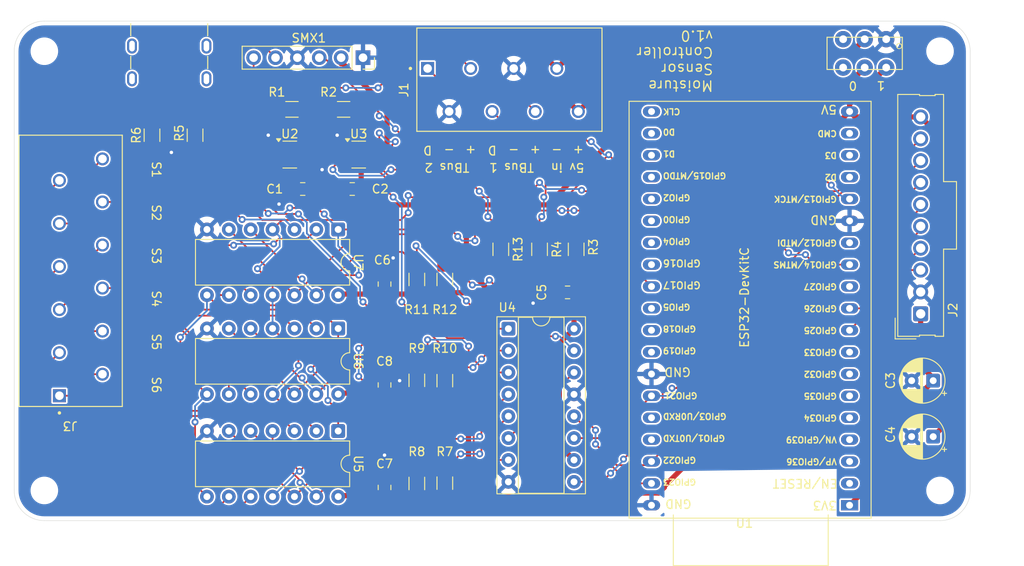
<source format=kicad_pcb>
(kicad_pcb (version 20241229) (generator "pcbnew") (generator_version "9.0")
  (title_block (title "Moisture Sensor Controller") (rev "1.0.0"))
  (layers (0 "F.Cu" signal) (2 "B.Cu" signal) (13 "F.Paste" user) (15 "B.Paste" user) (5 "F.SilkS" user "F.Silkscreen") (7 "B.SilkS" user "B.Silkscreen") (1 "F.Mask" user) (3 "B.Mask" user) (25 "Edge.Cuts" user))
  (net 0 "")
  (net 1 "+5VA")
  (net 2 "GND")
  (net 3 "+3.3VA")
  (net 4 "Net-(J3-Pin_5)")
  (net 5 "Net-(J3-Pin_3)")
  (net 6 "Net-(J3-Pin_6)")
  (net 7 "Net-(U2-R1{slash}C1)")
  (net 8 "Net-(U3-R1{slash}C1)")
  (net 9 "Net-(U4-QA)")
  (net 10 "Net-(U4-QB)")
  (net 11 "Net-(U4-QC)")
  (net 12 "Net-(U4-QD)")
  (net 13 "Net-(U4-QE)")
  (net 14 "Net-(U4-QF)")
  (net 16 "Net-(U1-GPIO23)")
  (net 18 "Net-(5v in1-VBUS_A)")
  (net 42 "Net-(U2-ON{slash}OFF)")
  (net 44 "Net-(U3-ON{slash}OFF)")
  (net 48 "Net-(5v in1-CC1)")
  (net 51 "Net-(5v in1-CC2)")
  (net 52 "Net-(5v in1-GND_A)")
  (net 54 "Net-(J1-Pin_1)")
  (net 55 "Net-(J1-Pin_4)")
  (net 56 "Net-(J1-Pin_6)")
  (net 57 "Net-(J1-Pin_3)")
  (net 58 "Net-(J2-Pin_6)")
  (net 59 "Net-(J2-Pin_9)")
  (net 60 "Net-(J2-Pin_7)")
  (net 61 "Net-(J2-Pin_8)")
  (net 62 "Net-(J2-Pin_4)")
  (net 63 "Net-(J2-Pin_5)")
  (net 64 "Net-(J2-Pin_3)")
  (net 65 "Net-(J3-Pin_9)")
  (net 66 "Net-(J3-Pin_2)")
  (net 67 "Net-(J3-Pin_10)")
  (net 68 "Net-(J3-Pin_12)")
  (net 69 "Net-(J3-Pin_1)")
  (net 70 "Net-(J3-Pin_11)")
  (net 71 "Net-(J3-Pin_8)")
  (net 72 "Net-(J3-Pin_4)")
  (net 73 "Net-(J3-Pin_7)")
  (net 77 "Net-(SMX1-Pin_3)")
  (footprint "MountingHole:MountingHole_2.7mm_M2.5_ISO14580" (layer "F.Cu") (at 204.5 124.5)
    (property "Reference" "H2" (hide yes))
    (property "Value" "MountingHole")
  )
  (footprint "Resistor_SMD:R_1206_3216Metric_Pad1.30x1.75mm_HandSolder" (layer "F.Cu") (at 135.25 80.25 180)
    (property "Reference" "R2")
    (property "Value" "10k")
  )
  (footprint "Capacitor_SMD:C_0805_2012Metric_Pad1.18x1.45mm_HandSolder" (layer "F.Cu") (at 136.25 89.5)
    (property "Reference" "C2")
    (property "Value" "0.1µF")
  )
  (footprint "Package_TO_SOT_SMD:SOT-23-6" (layer "F.Cu") (at 137 85.5)
    (property "Reference" "U3")
    (property "Value" "TPS27081ADDCR")
  )
  (footprint "Resistor_SMD:R_1206_3216Metric_Pad1.30x1.75mm_HandSolder" (layer "F.Cu") (at 143.75 123.6875 -90)
    (property "Reference" "R8")
    (property "Value" "4.7k")
  )
  (footprint "Resistor_SMD:R_1206_3216Metric_Pad1.30x1.75mm_HandSolder" (layer "F.Cu") (at 162.25 96.5 -90)
    (property "Reference" "R3")
    (property "Value" "4.7k")
  )
  (footprint "Resistor_SMD:R_1206_3216Metric_Pad1.30x1.75mm_HandSolder" (layer "F.Cu") (at 153.5 96.5 90)
    (property "Reference" "R13")
    (property "Value" "4.7k")
  )
  (footprint "Capacitor_SMD:C_0805_2012Metric_Pad1.18x1.45mm_HandSolder" (layer "F.Cu") (at 161.25 101.5)
    (property "Reference" "C5")
    (property "Value" "0.1µF")
  )
  (footprint "Resistor_SMD:R_1206_3216Metric_Pad1.30x1.75mm_HandSolder" (layer "F.Cu") (at 129.25 80.25)
    (property "Reference" "R1")
    (property "Value" "10k")
  )
  (footprint "Package_TO_SOT_SMD:SOT-23-6" (layer "F.Cu") (at 129 85.5)
    (property "Reference" "U2")
    (property "Value" "TPS27081ADDCR")
  )
  (footprint "Capacitor_SMD:C_0805_2012Metric_Pad1.18x1.45mm_HandSolder" (layer "F.Cu") (at 140 100.5375 90)
    (property "Reference" "C6")
    (property "Value" "0.1µF")
  )
  (footprint "Connector_PinSocket_2.54mm:PinSocket_1x06_P2.54mm_Vertical" (layer "F.Cu") (at 137.5 74.25 -90)
    (property "Reference" "SMX1")
    (property "Value" "SMX Header")
  )
  (footprint "Package_DIP:DIP-16_W7.62mm_Socket" (layer "F.Cu") (at 154.38 105.72)
    (property "Reference" "U4")
    (property "Value" "74HC595")
  )
  (footprint "Resistor_SMD:R_1206_3216Metric_Pad1.30x1.75mm_HandSolder" (layer "F.Cu") (at 147 123.65 -90)
    (property "Reference" "R7")
    (property "Value" "4.7k")
  )
  (footprint "MountingHole:MountingHole_2.7mm_M2.5_ISO14580" (layer "F.Cu") (at 204.5 73.5)
    (property "Reference" "H1" (hide yes))
    (property "Value" "MountingHole")
  )
  (footprint "MountingHole:MountingHole_2.7mm_M2.5_ISO14580" (layer "F.Cu") (at 100.5 73.5)
    (property "Reference" "H4" (hide yes))
    (property "Value" "MountingHole")
  )
  (footprint "Package_DIP:DIP-14_W7.62mm" (layer "F.Cu") (at 134.62 105.695 -90)
    (property "Reference" "U6")
    (property "Value" "CD4066BE")
  )
  (footprint "Capacitor_SMD:C_0805_2012Metric_Pad1.18x1.45mm_HandSolder" (layer "F.Cu") (at 140 112.25 90)
    (property "Reference" "C8")
    (property "Value" "0.1µF")
  )
  (footprint "clipboard:c5f2482b-6cae-4589-8a9f-ca96de6d0741" (layer "F.Cu") (at 214 86)
    (property "Reference" "")
    (property "Value" "")
  )
  (footprint "Resistor_SMD:R_1206_3216Metric_Pad1.30x1.75mm_HandSolder" (layer "F.Cu") (at 158 96.5 -90)
    (property "Reference" "R4")
    (property "Value" "4.7k")
  )
  (footprint "Resistor_SMD:R_1206_3216Metric_Pad1.30x1.75mm_HandSolder" (layer "F.Cu") (at 143.75 111.7125 -90)
    (property "Reference" "R9")
    (property "Value" "4.7k")
  )
  (footprint "Resistor_SMD:R_1206_3216Metric_Pad1.30x1.75mm_HandSolder" (layer "F.Cu") (at 113 83.25 90)
    (property "Reference" "R6")
    (property "Value" "5.1k")
  )
  (footprint "Connector_Molex:Molex_SL_171971-0010_1x10_P2.54mm_Vertical" (layer "F.Cu") (at 202.25 103.99 90)
    (property "Reference" "J2")
    (property "Value" "Expansion")
  )
  (footprint "Ians_Parts:DPDT Slide switch - CL-SB-22C-02" (layer "F.Cu") (at 198.25 75.4 180)
    (property "Reference" "DPDT1" (hide yes))
    (property "Value" "SW_Slide_DPDT")
  )
  (footprint "Ians_Parts:PHOENIX_1990067" (layer "F.Cu") (at 165.25 70.8 180)
    (property "Reference" "J1")
    (property "Value" "Screw_Terminal_01x08")
  )
  (footprint "Capacitor_THT:CP_Radial_D5.0mm_P2.50mm" (layer "F.Cu") (at 203.705113 118.25 180)
    (property "Reference" "C4")
    (property "Value" "10µF")
  )
  (footprint "MountingHole:MountingHole_2.7mm_M2.5_ISO14580" (layer "F.Cu") (at 100.5 124.5)
    (property "Reference" "H3" (hide yes))
    (property "Value" "MountingHole")
  )
  (footprint "Ians_Parts:AMPHENOL_10164359-00011LF" (layer "F.Cu") (at 115 73.75 180)
    (property "Reference" "5v in1" (hide yes))
    (property "Value" "10164359-00011LF")
  )
  (footprint "Capacitor_THT:CP_Radial_D5.0mm_P2.50mm" (layer "F.Cu") (at 203.705113 111.75 180)
    (property "Reference" "C3")
    (property "Value" "10µF")
  )
  (footprint "Ians_Parts:PHOENIX_1990106" (layer "F.Cu") (at 97.55 83.25 -90)
    (property "Reference" "J3")
    (property "Value" "Screw_Terminal_01x12")
  )
  (footprint "Package_DIP:DIP-14_W7.62mm" (layer "F.Cu") (at 134.62 117.595 -90)
    (property "Reference" "U5")
    (property "Value" "CD4066BE")
  )
  (footprint "Capacitor_SMD:C_0805_2012Metric_Pad1.18x1.45mm_HandSolder" (layer "F.Cu") (at 140 124.15 90)
    (property "Reference" "C7")
    (property "Value" "0.1µF")
  )
  (footprint "Resistor_SMD:R_1206_3216Metric_Pad1.30x1.75mm_HandSolder" (layer "F.Cu") (at 118 83.25 90)
    (property "Reference" "R5")
    (property "Value" "5.1k")
  )
  (footprint "Resistor_SMD:R_1206_3216Metric_Pad1.30x1.75mm_HandSolder" (layer "F.Cu") (at 147 111.75 -90)
    (property "Reference" "R10")
    (property "Value" "4.7k")
  )
  (footprint "PCM_Espressif:ESP32-DevKitC" (layer "F.Cu") (at 194.49632 126.21728 180)
    (property "Reference" "U1")
    (property "Value" "ESP32-DevKitC")
  )
  (footprint "Package_DIP:DIP-14_W7.62mm" (layer "F.Cu") (at 134.62 94.195 -90)
    (property "Reference" "U7")
    (property "Value" "CD4066BE")
  )
  (footprint "Capacitor_SMD:C_0805_2012Metric_Pad1.18x1.45mm_HandSolder" (layer "F.Cu") (at 130.5 89.5)
    (property "Reference" "C1")
    (property "Value" "0.1µF")
  )
  (footprint "Resistor_SMD:R_1206_3216Metric_Pad1.30x1.75mm_HandSolder" (layer "F.Cu") (at 143.75 100 -90)
    (property "Reference" "R11")
    (property "Value" "4.7k")
  )
  (footprint "Resistor_SMD:R_1206_3216Metric_Pad1.30x1.75mm_HandSolder" (layer "F.Cu") (at 147 100 -90)
    (property "Reference" "R12")
    (property "Value" "4.7k")
  )
  (gr_arc (start 97 73.5) (mid 98.025126 71.025126) (end 100.5 70) (stroke (width 0.05)) (layer "Edge.Cuts"))
  (gr_line (start 100.5 128) (end 204.5 128) (stroke (width 0.05)) (layer "Edge.Cuts"))
  (gr_line (start 97 73.5) (end 97 124.5) (stroke (width 0.05)) (layer "Edge.Cuts"))
  (gr_arc (start 100.5 128) (mid 98.025126 126.974874) (end 97 124.5) (stroke (width 0.05)) (layer "Edge.Cuts"))
  (gr_arc (start 204.5 70) (mid 206.974874 71.025126) (end 208 73.5) (stroke (width 0.05)) (layer "Edge.Cuts"))
  (gr_line (start 204.5 70) (end 100.5 70) (stroke (width 0.05)) (layer "Edge.Cuts"))
  (gr_line (start 208 124.5) (end 208 73.5) (stroke (width 0.05)) (layer "Edge.Cuts"))
  (gr_arc (start 208 124.5) (mid 206.974874 126.974874) (end 204.5 128) (stroke (width 0.05)) (layer "Edge.Cuts"))
  (gr_text "S6" (at 113.5 112.25 270) (layer "F.SilkS") (effects (font (size 1 1))))
  (gr_text "1   0" (at 196 77.5 180) (layer "F.SilkS") (effects (font (size 1 1))))
  (gr_text "-" (at 160 85 180) (layer "F.SilkS") (effects (font (size 1 1))))
  (gr_text "+" (at 162.5 85 180) (layer "F.SilkS") (effects (font (size 1 1))))
  (gr_text "S1" (at 113.5 87.25 270) (layer "F.SilkS") (effects (font (size 1 1))))
  (gr_text "+" (at 157.5 85 180) (layer "F.SilkS") (effects (font (size 1 1))))
  (gr_text "TBus 1" (at 154.75 87 180) (layer "F.SilkS") (effects (font (size 1 1))))
  (gr_text "+" (at 150 85 180) (layer "F.SilkS") (effects (font (size 1 1))))
  (gr_text "TBus 2" (at 147.25 87 180) (layer "F.SilkS") (effects (font (size 1 1))))
  (gr_text "-" (at 147.5 85 180) (layer "F.SilkS") (effects (font (size 1 1))))
  (gr_text "5v in" (at 161.25 87 180) (layer "F.SilkS") (effects (font (size 1 1))))
  (gr_text "S3" (at 113.5 97.25 270) (layer "F.SilkS") (effects (font (size 1 1))))
  (gr_text "D" (at 152.5 85 180) (layer "F.SilkS") (effects (font (size 1 1))))
  (gr_text "S4" (at 113.5 102.25 270) (layer "F.SilkS") (effects (font (size 1 1))))
  (gr_text "S2" (at 113.5 92.25 270) (layer "F.SilkS") (effects (font (size 1 1))))
  (gr_text "Moisture\nSensor\nController\nv1.0" (at 178.25 71 180) (layer "F.SilkS") (effects (font (size 1.2 1.2)) (justify left bottom)))
  (gr_text "S5" (at 113.5 107.25 270) (layer "F.SilkS") (effects (font (size 1 1))))
  (gr_text "D" (at 145 85 180) (layer "F.SilkS") (effects (font (size 1 1))))
  (gr_text "-" (at 155 85 180) (layer "F.SilkS") (effects (font (size 1 1))))
  (segment (start 147 125.1125) (end 143.7875 125.1125) (width 0.6) (layer "F.Cu") (net 1))
  (segment (start 194.62904 81.13) (end 193.99632 80.49728) (width 0.6) (layer "F.Cu") (net 1))
  (segment (start 137.2875 89.5) (end 137.5375 89.5) (width 0.6) (layer "F.Cu") (net 1))
  (segment (start 134.735 101.7) (end 134.62 101.815) (width 0.6) (layer "F.Cu") (net 1))
  (segment (start 137.2875 87.3) (end 138.1375 86.45) (width 0.6) (layer "F.Cu") (net 1))
  (segment (start 149.75 122.4625) (end 147 125.2125) (width 0.6) (layer "F.Cu") (net 1))
  (segment (start 131.301 82.649) (end 133.7 80.25) (width 0.6) (layer "F.Cu") (net 1))
  (segment (start 147 101.54) (end 152.369002 101.54) (width 0.6) (layer "F.Cu") (net 1))
  (segment (start 190.2436 84.25) (end 166.011529 84.25) (width 0.6) (layer "F.Cu") (net 1))
  (segment (start 139.5 113.2) (end 143.79 113.2) (width 0.6) (layer "F.Cu") (net 1))
  (segment (start 130.77481 86.45) (end 131.301 85.92381) (width 0.6) (layer "F.Cu") (net 1))
  (segment (start 166.011529 84.25) (end 158.924426 91.337103) (width 0.6) (layer "F.Cu") (net 1))
  (segment (start 157.5 106.670998) (end 152.414501 101.585499) (width 0.6) (layer "F.Cu") (net 1))
  (segment (start 143.75 125.15) (end 140.05 125.15) (width 0.6) (layer "F.Cu") (net 1))
  (segment (start 149.5 98.670998) (end 149.5 92.587103) (width 0.6) (layer "F.Cu") (net 1))
  (segment (start 134.735 113.2) (end 134.62 113.315) (width 0.6) (layer "F.Cu") (net 1))
  (segment (start 148.25 91.337103) (end 139.374603 91.337103) (width 0.6) (layer "F.Cu") (net 1))
  (segment (start 131.5375 89.5) (end 133.374603 91.337103) (width 0.6) (layer "F.Cu") (net 1))
  (segment (start 140.05 125.15) (end 140 125.1) (width 0.6) (layer "F.Cu") (net 1))
  (segment (start 139.5 101.7) (end 134.735 101.7) (width 0.6) (layer "F.Cu") (net 1))
  (segment (start 134.96 74.96) (end 134.96 74.25) (width 0.6) (layer "F.Cu") (net 1))
  (segment (start 130.1375 86.45) (end 130.77481 86.45) (width 0.6) (layer "F.Cu") (net 1))
  (segment (start 133.7 80.25) (end 130.8 80.25) (width 0.6) (layer "F.Cu") (net 1))
  (segment (start 156.7875 125.2125) (end 147 125.2125) (width 0.6) (layer "F.Cu") (net 1))
  (segment (start 147 113.2125) (end 143.7875 113.2125) (width 0.6) (layer "F.Cu") (net 1))
  (segment (start 202.25 81.13) (end 205.006113 83.886113) (width 0.6) (layer "F.Cu") (net 1))
  (segment (start 130.1375 86.45) (end 130.1375 88.1) (width 0.6) (layer "F.Cu") (net 1))
  (segment (start 133.374603 91.337103) (end 139.374603 91.337103) (width 0.6) (layer "F.Cu") (net 1))
  (segment (start 137.5375 89.5) (end 139.374603 91.337103) (width 0.6) (layer "F.Cu") (net 1))
  (segment (start 143.7875 125.1125) (end 143.75 125.15) (width 0.6) (layer "F.Cu") (net 1))
  (segment (start 193.99632 79.65368) (end 193.99632 80.49728) (width 0.6) (layer "F.Cu") (net 1))
  (segment (start 138.1375 86.45) (end 138.799999 86.45) (width 0.6) (layer "F.Cu") (net 1))
  (segment (start 205.006113 116.949) (end 203.705113 118.25) (width 0.6) (layer "F.Cu") (net 1))
  (segment (start 139.5 101.7) (end 143.84 101.7) (width 0.6) (layer "F.Cu") (net 1))
  (segment (start 202.25 81.13) (end 194.62904 81.13) (width 0.6) (layer "F.Cu") (net 1))
  (segment (start 148.25 91.337103) (end 158.924426 91.337103) (width 0.6) (layer "F.Cu") (net 1))
  (segment (start 149.75 115.79) (end 149.75 122.4625) (width 0.6) (layer "F.Cu") (net 1))
  (segment (start 131.301 85.92381) (end 131.301 82.649) (width 0.6) (layer "F.Cu") (net 1))
  (segment (start 149.75 115.79) (end 147 113.04) (width 0.6) (layer "F.Cu") (net 1))
  (segment (start 152.369002 101.54) (end 152.414501 101.585499) (width 0.6) (layer "F.Cu") (net 1))
  (segment (start 149.5 92.587103) (end 148.25 91.337103) (width 0.6) (layer "F.Cu") (net 1))
  (segment (start 138.799999 86.45) (end 140.29 84.959999) (width 0.6) (layer "F.Cu") (net 1))
  (segment (start 147 101.55) (end 143.75 101.55) (width 0.6) (layer "F.Cu") (net 1))
  (segment (start 139.5 113.2) (end 134.735 113.2) (width 0.6) (layer "F.Cu") (net 1))
  (segment (start 134.735 125.1) (end 134.62 125.215) (width 0.6) (layer "F.Cu") (net 1))
  (segment (start 138.2625 86.575) (end 138.1375 86.45) (width 0.6) (layer "F.Cu") (net 1))
  (segment (start 149.5 98.670998) (end 152.414501 101.585499) (width 0.6) (layer "F.Cu") (net 1))
  (segment (start 140 125.1) (end 134.735 125.1) (width 0.6) (layer "F.Cu") (net 1))
  (segment (start 134.96 74.734207) (end 134.96 74.25) (width 0.6) (layer "F.Cu") (net 1))
  (segment (start 198.25 75.4) (end 193.99632 79.65368) (width 0.6) (layer "F.Cu") (net 1))
  (segment (start 193.99632 80.49728) (end 190.2436 84.25) (width 0.6) (layer "F.Cu") (net 1))
  (segment (start 140.29 84.959999) (end 140.29 80.064207) (width 0.6) (layer "F.Cu") (net 1))
  (segment (start 137.2875 89.5) (end 137.2875 87.3) (width 0.6) (layer "F.Cu") (net 1))
  (segment (start 157.5 124.5) (end 156.7875 125.2125) (width 0.6) (layer "F.Cu") (net 1))
  (segment (start 157.5 124.5) (end 157.5 106.670998) (width 0.6) (layer "F.Cu") (net 1))
  (segment (start 140.29 80.064207) (end 134.96 74.734207) (width 0.6) (layer "F.Cu") (net 1))
  (segment (start 205.006113 83.886113) (end 205.006113 116.949) (width 0.6) (layer "F.Cu") (net 1))
  (segment (start 130.1375 88.1) (end 131.5375 89.5) (width 0.6) (layer "F.Cu") (net 1))
  (segment (start 135 89.5) (end 132.75 87.25) (width 0.2) (layer "F.Cu") (net 2))
  (segment (start 158.5 101.5) (end 157.25 102.75) (width 0.2) (layer "F.Cu") (net 2))
  (segment (start 160.2125 101.5) (end 158.5 101.5) (width 0.2) (layer "F.Cu") (net 2))
  (segment (start 129.4625 89.5) (end 129.4625 89.5375) (width 0.2) (layer "F.Cu") (net 2))
  (segment (start 135.8 84.55) (end 134.5 83.25) (width 0.2) (layer "F.Cu") (net 2))
  (segment (start 127.8625 84.55) (end 127.8 84.55) (width 0.2) (layer "F.Cu") (net 2))
  (segment (start 115.7 84.8) (end 115.25 85.25) (width 0.2) (layer "F.Cu") (net 2))
  (segment (start 129.4625 89.5375) (end 127.75 91.25) (width 0.2) (layer "F.Cu") (net 2))
  (segment (start 140 111.2125) (end 141.2125 111.2125) (width 0.2) (layer "F.Cu") (net 2))
  (segment (start 135.8625 84.55) (end 135.8 84.55) (width 0.2) (layer "F.Cu") (net 2))
  (segment (start 140 99.5) (end 140 98.5) (width 0.2) (layer "F.Cu") (net 2))
  (segment (start 113 84.8) (end 114.8 84.8) (width 0.2) (layer "F.Cu") (net 2))
  (segment (start 135.2125 89.5) (end 135 89.5) (width 0.2) (layer "F.Cu") (net 2))
  (segment (start 140 98.5) (end 141 97.5) (width 0.2) (layer "F.Cu") (net 2))
  (segment (start 127.8 84.55) (end 126.5 83.25) (width 0.2) (layer "F.Cu") (net 2))
  (segment (start 114.8 84.8) (end 115.25 85.25) (width 0.2) (layer "F.Cu") (net 2))
  (segment (start 135.2125 89.25) (end 134.75 89.25) (width 0.2) (layer "F.Cu") (net 2))
  (segment (start 140 123.1125) (end 140 120.4) (width 0.2) (layer "F.Cu") (net 2))
  (segment (start 141.2125 111.2125) (end 141.75 111.75) (width 0.2) (layer "F.Cu") (net 2))
  (segment (start 118 84.8) (end 115.7 84.8) (width 0.2) (layer "F.Cu") (net 2))
  (via (at 141 97.5) (size 0.8) (drill 0.4) (layers "F.Cu" "B.Cu") (net 2))
  (via (at 141.75 111.75) (size 0.8) (drill 0.4) (layers "F.Cu" "B.Cu") (net 2))
  (via (at 134.5 83.25) (size 0.8) (drill 0.4) (layers "F.Cu" "B.Cu") (net 2))
  (via (at 126.5 83.25) (size 0.8) (drill 0.4) (layers "F.Cu" "B.Cu") (net 2))
  (via (at 115.25 85.25) (size 0.8) (drill 0.4) (layers "F.Cu" "B.Cu") (net 2))
  (via (at 157.25 102.75) (size 0.8) (drill 0.4) (layers "F.Cu" "B.Cu") (net 2))
  (via (at 140 120.4) (size 0.8) (drill 0.4) (layers "F.Cu" "B.Cu") (net 2))
  (via (at 132.75 87.25) (size 0.8) (drill 0.4) (layers "F.Cu" "B.Cu") (net 2))
  (via (at 127.75 91.25) (size 0.8) (drill 0.4) (layers "F.Cu" "B.Cu") (net 2))
  (segment (start 196.75 123.4636) (end 196.75 118.75) (width 0.6) (layer "F.Cu") (net 3))
  (segment (start 162.25 98.05) (end 158 98.05) (width 0.6) (layer "F.Cu") (net 3))
  (segment (start 196.75 118.75) (end 203.705113 111.794887) (width 0.6) (layer "F.Cu") (net 3))
  (segment (start 193.99632 126.21728) (end 196.75 123.4636) (width 0.6) (layer "F.Cu") (net 3))
  (segment (start 162 101.7875) (end 162.2875 101.5) (width 0.6) (layer "F.Cu") (net 3))
  (segment (start 171.829649 124.801) (end 159.801 124.801) (width 0.6) (layer "F.Cu") (net 3))
  (segment (start 159.801 124.801) (end 159 124) (width 0.6) (layer "F.Cu") (net 3))
  (segment (start 162.2875 101.5) (end 162.2875 98.0875) (width 0.6) (layer "F.Cu") (net 3))
  (segment (start 203.705113 111.455113) (end 202.25 110) (width 0.6) (layer "F.Cu") (net 3))
  (segment (start 172.49732 124) (end 172.49732 124.133329) (width 0.6) (layer "F.Cu") (net 3))
  (segment (start 202.25 110) (end 202.25 103.99) (width 0.6) (layer "F.Cu") (net 3))
  (segment (start 162 105.72) (end 162 101.7875) (width 0.6) (layer "F.Cu") (net 3))
  (segment (start 159 108.72) (end 162 105.72) (width 0.6) (layer "F.Cu") (net 3))
  (segment (start 172.49732 124.133329) (end 171.829649 124.801) (width 0.6) (layer "F.Cu") (net 3))
  (segment (start 203.705113 111.75) (end 203.705113 111.455113) (width 0.6) (layer "F.Cu") (net 3))
  (segment (start 195.75 119.75) (end 176.74732 119.75) (width 0.6) (layer "F.Cu") (net 3))
  (segment (start 162 120.96) (end 159 117.96) (width 0.6) (layer "F.Cu") (net 3))
  (segment (start 196.75 118.75) (end 195.75 119.75) (width 0.6) (layer "F.Cu") (net 3))
  (segment (start 159 117.96) (end 159 124) (width 0.6) (layer "F.Cu") (net 3))
  (segment (start 162.2875 98.0875) (end 162.25 98.05) (width 0.6) (layer "F.Cu") (net 3))
  (segment (start 158 98.05) (end 153.5 98.05) (width 0.6) (layer "F.Cu") (net 3))
  (segment (start 159 117.96) (end 159 108.72) (width 0.6) (layer "F.Cu") (net 3))
  (segment (start 203.705113 111.794887) (end 203.705113 111.75) (width 0.6) (layer "F.Cu") (net 3))
  (segment (start 176.74732 119.75) (end 172.49732 124) (width 0.6) (layer "F.Cu") (net 3))
  (segment (start 111.732618 99.859) (end 105.891 99.859) (width 0.2) (layer "F.Cu") (net 4))
  (segment (start 115.373618 103.5) (end 111.732618 99.859) (width 0.2) (layer "F.Cu") (net 4))
  (segment (start 105.891 99.859) (end 102.25 103.5) (width 0.2) (layer "F.Cu") (net 4))
  (segment (start 129.885 103.5) (end 115.373618 103.5) (width 0.2) (layer "F.Cu") (net 4))
  (segment (start 132.08 105.695) (end 129.885 103.5) (width 0.2) (layer "F.Cu") (net 4))
  (segment (start 120.819 126.316) (end 111.245912 126.316) (width 0.2) (layer "F.Cu") (net 5))
  (segment (start 99.448 114.518088) (end 99.448 111.302) (width 0.2) (layer "F.Cu") (net 5))
  (segment (start 99.448 111.302) (end 102.25 108.5) (width 0.2) (layer "F.Cu") (net 5))
  (segment (start 111.245912 126.316) (end 99.448 114.518088) (width 0.2) (layer "F.Cu") (net 5))
  (segment (start 121.92 125.215) (end 120.819 126.316) (width 0.2) (layer "F.Cu") (net 5))
  (segment (start 109.3 101) (end 106.75 101) (width 0.2) (layer "F.Cu") (net 6))
  (segment (start 128.045 104.2) (end 112.5 104.2) (width 0.2) (layer "F.Cu") (net 6))
  (segment (start 129.54 105.695) (end 128.045 104.2) (width 0.2) (layer "F.Cu") (net 6))
  (segment (start 112.5 104.2) (end 109.3 101) (width 0.2) (layer "F.Cu") (net 6))
  (segment (start 130.1375 84.55) (end 127.7 82.1125) (width 0.2) (layer "F.Cu") (net 7))
  (segment (start 127.7 82.1125) (end 127.7 80.25) (width 0.2) (layer "F.Cu") (net 7))
  (segment (start 138.1375 84.55) (end 136.8 83.2125) (width 0.2) (layer "F.Cu") (net 8))
  (segment (start 136.8 83.2125) (end 136.8 80.25) (width 0.2) (layer "F.Cu") (net 8))
  (segment (start 136.605 94.75) (end 129.54 101.815) (width 0.2) (layer "F.Cu") (net 9))
  (segment (start 147 98.5) (end 147 98.45) (width 0.2) (layer "F.Cu") (net 9))
  (segment (start 149.528106 99.971896) (end 148.471896 99.971896) (width 0.2) (layer "F.Cu") (net 9))
  (segment (start 150.19621 100.64) (end 149.528106 99.971896) (width 0.2) (layer "F.Cu") (net 9))
  (segment (start 129.54 101.815) (end 121.92 94.195) (width 0.2) (layer "F.Cu") (net 9))
  (segment (start 152.175898 100.074102) (end 158.700399 106.598603) (width 0.2) (layer "F.Cu") (net 9))
  (segment (start 143.3 94.75) (end 136.605 94.75) (width 0.2) (layer "F.Cu") (net 9))
  (segment (start 158.700399 106.598603) (end 159.848603 106.598603) (width 0.2) (layer "F.Cu") (net 9))
  (segment (start 147 98.45) (end 143.3 94.75) (width 0.2) (layer "F.Cu") (net 9))
  (segment (start 148.471896 99.971896) (end 147 98.5) (width 0.2) (layer "F.Cu") (net 9))
  (via (at 152.175898 100.074102) (size 0.8) (drill 0.4) (layers "F.Cu" "B.Cu") (net 9))
  (via (at 150.19621 100.64) (size 0.8) (drill 0.4) (layers "F.Cu" "B.Cu") (net 9))
  (via (at 159.848603 106.598603) (size 0.8) (drill 0.4) (layers "F.Cu" "B.Cu") (net 9))
  (segment (start 159.848603 106.598603) (end 160.338603 106.598603) (width 0.2) (layer "B.Cu") (net 9))
  (segment (start 150.19621 100.64) (end 151.61 100.64) (width 0.2) (layer "B.Cu") (net 9))
  (segment (start 150.19621 100.64) (end 150.19621 100.640002) (width 0.2) (layer "B.Cu") (net 9))
  (segment (start 160.338603 106.598603) (end 162 108.26) (width 0.2) (layer "B.Cu") (net 9))
  (segment (start 151.61 100.64) (end 152.175898 100.074102) (width 0.2) (layer "B.Cu") (net 9))
  (segment (start 137.096 96.799) (end 132.08 101.815) (width 0.2) (layer "F.Cu") (net 10))
  (segment (start 143.75 98.45) (end 142.099 96.799) (width 0.2) (layer "F.Cu") (net 10))
  (segment (start 143.75 96.18995) (end 143.75 98.45) (width 0.2) (layer "F.Cu") (net 10))
  (segment (start 143.655025 96.094975) (end 143.75 96.18995) (width 0.2) (layer "F.Cu") (net 10))
  (segment (start 130.432525 99.932525) (end 130.197525 99.932525) (width 0.2) (layer "F.Cu") (net 10))
  (segment (start 154.38 105.72) (end 152.72 105.72) (width 0.2) (layer "F.Cu") (net 10))
  (segment (start 152.72 105.72) (end 149.5 102.5) (width 0.2) (layer "F.Cu") (net 10))
  (segment (start 130.197525 99.932525) (end 124.46 94.195) (width 0.2) (layer "F.Cu") (net 10))
  (segment (start 142.099 96.799) (end 137.096 96.799) (width 0.2) (layer "F.Cu") (net 10))
  (via (at 149.5 102.5) (size 0.8) (drill 0.4) (layers "F.Cu" "B.Cu") (net 10))
  (via (at 130.432525 99.932525) (size 0.8) (drill 0.4) (layers "F.Cu" "B.Cu") (net 10))
  (via (at 143.655025 96.094975) (size 0.8) (drill 0.4) (layers "F.Cu" "B.Cu") (net 10))
  (segment (start 132.08 101.815) (end 130.432525 100.167525) (width 0.2) (layer "B.Cu") (net 10))
  (segment (start 148.5 100.93995) (end 148.5 101.5) (width 0.2) (layer "B.Cu") (net 10))
  (segment (start 148.5 101.5) (end 149.5 102.5) (width 0.2) (layer "B.Cu") (net 10))
  (segment (start 130.432525 100.167525) (end 130.432525 99.932525) (width 0.2) (layer "B.Cu") (net 10))
  (segment (start 143.655025 96.094975) (end 148.5 100.93995) (width 0.2) (layer "B.Cu") (net 10))
  (segment (start 129.54 113.315) (end 121.92 105.695) (width 0.2) (layer "F.Cu") (net 11))
  (segment (start 150.248636 110.2) (end 147 110.2) (width 0.2) (layer "F.Cu") (net 11))
  (segment (start 150.274318 110.225682) (end 150.248636 110.2) (width 0.2) (layer "F.Cu") (net 11))
  (segment (start 147 110.2) (end 147 108.008636) (width 0.2) (layer "F.Cu") (net 11))
  (segment (start 147 108.008636) (end 145.290364 106.299) (width 0.2) (layer "F.Cu") (net 11))
  (segment (start 133.855 109) (end 129.54 113.315) (width 0.2) (layer "F.Cu") (net 11))
  (segment (start 142.45805 106.299) (end 139.75705 109) (width 0.2) (layer "F.Cu") (net 11))
  (segment (start 154.38 108.26) (end 152.24 108.26) (width 0.2) (layer "F.Cu") (net 11))
  (segment (start 139.75705 109) (end 133.855 109) (width 0.2) (layer "F.Cu") (net 11))
  (segment (start 145.290364 106.299) (end 142.45805 106.299) (width 0.2) (layer "F.Cu") (net 11))
  (segment (start 152.24 108.26) (end 151.264975 109.235025) (width 0.2) (layer "F.Cu") (net 11))
  (via (at 151.264975 109.235025) (size 0.8) (drill 0.4) (layers "F.Cu" "B.Cu") (net 11))
  (via (at 150.274318 110.225682) (size 0.8) (drill 0.4) (layers "F.Cu" "B.Cu") (net 11))
  (segment (start 150.274318 110.225682) (end 151.264975 109.235025) (width 0.2) (layer "B.Cu") (net 11))
  (segment (start 135.2325 110.1625) (end 132.08 113.315) (width 0.2) (layer "F.Cu") (net 12))
  (segment (start 154.38 110.8) (end 151.838586 110.8) (width 0.2) (layer "F.Cu") (net 12))
  (segment (start 149.764975 108.726389) (end 149.764975 107.735025) (width 0.2) (layer "F.Cu") (net 12))
  (segment (start 144.052613 110.1625) (end 143.75 110.1625) (width 0.2) (layer "F.Cu") (net 12))
  (segment (start 145 107) (end 145 109.215113) (width 0.2) (layer "F.Cu") (net 12))
  (segment (start 145 109.215113) (end 144.052613 110.1625) (width 0.2) (layer "F.Cu") (net 12))
  (segment (start 130.432525 111.432525) (end 130.197525 111.432525) (width 0.2) (layer "F.Cu") (net 12))
  (segment (start 151.838586 110.8) (end 149.764975 108.726389) (width 0.2) (layer "F.Cu") (net 12))
  (segment (start 130.197525 111.432525) (end 124.46 105.695) (width 0.2) (layer "F.Cu") (net 12))
  (segment (start 143.75 110.1625) (end 135.2325 110.1625) (width 0.2) (layer "F.Cu") (net 12))
  (via (at 149.764975 107.735025) (size 0.8) (drill 0.4) (layers "F.Cu" "B.Cu") (net 12))
  (via (at 130.432525 111.432525) (size 0.8) (drill 0.4) (layers "F.Cu" "B.Cu") (net 12))
  (via (at 145 107) (size 0.8) (drill 0.4) (layers "F.Cu" "B.Cu") (net 12))
  (segment (start 145 107) (end 149.02995 107) (width 0.2) (layer "B.Cu") (net 12))
  (segment (start 149.02995 107) (end 149.764975 107.735025) (width 0.2) (layer "B.Cu") (net 12))
  (segment (start 132.08 113.315) (end 130.432525 111.667525) (width 0.2) (layer "B.Cu") (net 12))
  (segment (start 130.432525 111.667525) (end 130.432525 111.432525) (width 0.2) (layer "B.Cu") (net 12))
  (segment (start 151.25 116.47) (end 154.38 113.34) (width 0.2) (layer "F.Cu") (net 13))
  (segment (start 129.54 125.215) (end 121.92 117.595) (width 0.2) (layer "F.Cu") (net 13))
  (segment (start 147.3875 118.5) (end 148.85 118.5) (width 0.2) (layer "F.Cu") (net 13))
  (segment (start 135.105 119.65) (end 129.54 125.215) (width 0.2) (layer "F.Cu") (net 13))
  (segment (start 143.75 122.1375) (end 147.3875 118.5) (width 0.2) (layer "F.Cu") (net 13))
  (segment (start 151.050999 118.199001) (end 151.25 118) (width 0.2) (layer "F.Cu") (net 13))
  (segment (start 143.75 122.1375) (end 141.2625 119.65) (width 0.2) (layer "F.Cu") (net 13))
  (segment (start 151.25 118) (end 151.25 116.47) (width 0.2) (layer "F.Cu") (net 13))
  (segment (start 151.050999 118.219051) (end 151.050999 118.199001) (width 0.2) (layer "F.Cu") (net 13))
  (segment (start 141.2625 119.65) (end 135.105 119.65) (width 0.2) (layer "F.Cu") (net 13))
  (via (at 151.050999 118.219051) (size 0.8) (drill 0.4) (layers "F.Cu" "B.Cu") (net 13))
  (via (at 148.85 118.5) (size 0.8) (drill 0.4) (layers "F.Cu" "B.Cu") (net 13))
  (segment (start 150.77005 118.5) (end 148.85 118.5) (width 0.2) (layer "B.Cu") (net 13))
  (segment (start 151.050999 118.219051) (end 150.77005 118.5) (width 0.2) (layer "B.Cu") (net 13))
  (segment (start 147 122.1) (end 148.85 120.25) (width 0.2) (layer "F.Cu") (net 14))
  (segment (start 151.25 120.051) (end 151.25 119.01) (width 0.2) (layer "F.Cu") (net 14))
  (segment (start 145.099 124.001) (end 147 122.1) (width 0.2) (layer "F.Cu") (net 14))
  (segment (start 148.85 120.25) (end 148.85 120.35) (width 0.2) (layer "F.Cu") (net 14))
  (segment (start 133.294 124.001) (end 132.08 125.215) (width 0.2) (layer "F.Cu") (net 14))
  (segment (start 130.182525 123.582525) (end 130.182525 123.317525) (width 0.2) (layer "F.Cu") (net 14))
  (segment (start 151.051 120.25) (end 151.25 120.051) (width 0.2) (layer "F.Cu") (net 14))
  (segment (start 151.25 119.01) (end 154.38 115.88) (width 0.2) (layer "F.Cu") (net 14))
  (segment (start 130.182525 123.317525) (end 124.46 117.595) (width 0.2) (layer "F.Cu") (net 14))
  (segment (start 145.099 124.001) (end 133.294 124.001) (width 0.2) (layer "F.Cu") (net 14))
  (via (at 148.85 120.25) (size 0.8) (drill 0.4) (layers "F.Cu" "B.Cu") (net 14))
  (via (at 130.182525 123.582525) (size 0.8) (drill 0.4) (layers "F.Cu" "B.Cu") (net 14))
  (via (at 151.051 120.25) (size 0.8) (drill 0.4) (layers "F.Cu" "B.Cu") (net 14))
  (segment (start 130.447525 123.582525) (end 130.182525 123.582525) (width 0.2) (layer "B.Cu") (net 14))
  (segment (start 132.08 125.215) (end 130.447525 123.582525) (width 0.2) (layer "B.Cu") (net 14))
  (segment (start 151.051 120.25) (end 148.85 120.25) (width 0.2) (layer "B.Cu") (net 14))
  (segment (start 162 110.8) (end 160.5 112.3) (width 0.2) (layer "F.Cu") (net 16))
  (segment (start 164.5 119.859) (end 164.609 119.859) (width 0.2) (layer "F.Cu") (net 16))
  (segment (start 170.99632 123.67728) (end 168.418644 123.67728) (width 0.2) (layer "F.Cu") (net 16))
  (segment (start 164.600364 119.859) (end 164.5 119.859) (width 0.2) (layer "F.Cu") (net 16))
  (segment (start 160.5 112.3) (end 160.5 118.609) (width 0.2) (layer "F.Cu") (net 16))
  (segment (start 168.418644 123.67728) (end 164.600364 119.859) (width 0.2) (layer "F.Cu") (net 16))
  (segment (start 161.75 119.859) (end 164.5 119.859) (width 0.2) (layer "F.Cu") (net 16))
  (segment (start 160.5 118.609) (end 161.75 119.859) (width 0.2) (layer "F.Cu") (net 16))
  (segment (start 193.15 78) (end 195.75 75.4) (width 0.6) (layer "F.Cu") (net 18))
  (segment (start 165 78) (end 193.15 78) (width 0.6) (layer "F.Cu") (net 18))
  (segment (start 162.5 80.5) (end 162.34354 80.5) (width 0.6) (layer "F.Cu") (net 18))
  (segment (start 113.48 75.58) (end 113.48 76.78) (width 0.6) (layer "F.Cu") (net 18))
  (segment (start 123 72.25) (end 120 75.25) (width 0.6) (layer "F.Cu") (net 18))
  (segment (start 154.25 72.25) (end 162.5 80.5) (width 0.6) (layer "F.Cu") (net 18))
  (segment (start 123 72.25) (end 154.25 72.25) (width 0.6) (layer "F.Cu") (net 18))
  (segment (start 162.5 80.5) (end 165 78) (width 0.6) (layer "F.Cu") (net 18))
  (segment (start 120 75.25) (end 113.81 75.25) (width 0.6) (layer "F.Cu") (net 18))
  (segment (start 113.81 75.25) (end 113.48 75.58) (width 0.6) (layer "F.Cu") (net 18))
  (segment (start 138.235089 106.764911) (end 138.235089 103.335089) (width 0.2) (layer "F.Cu") (net 42))
  (segment (start 129.475001 85.5) (end 130.1375 85.5) (width 0.2) (layer "F.Cu") (net 42))
  (segment (start 140.41216 112.101) (end 137.851 112.101) (width 0.2) (layer "F.Cu") (net 42))
  (segment (start 140.81116 112.5) (end 140.41216 112.101) (width 0.2) (layer "F.Cu") (net 42))
  (segment (start 126 90.741364) (end 126 89.964968) (width 0.2) (layer "F.Cu") (net 42))
  (segment (start 126 89.964968) (end 129.174 86.790968) (width 0.2) (layer "F.Cu") (net 42))
  (segment (start 154.38 120.96) (end 150.71 120.96) (width 0.2) (layer "F.Cu") (net 42))
  (segment (start 150.71 120.96) (end 150.351 120.601) (width 0.2) (layer "F.Cu") (net 42))
  (segment (start 150.351 114.83984) (end 147.82266 112.3115) (width 0.2) (layer "F.Cu") (net 42))
  (segment (start 137.851 112.101) (end 137 111.25) (width 0.2) (layer "F.Cu") (net 42))
  (segment (start 142 112.5) (end 140.81116 112.5) (width 0.2) (layer "F.Cu") (net 42))
  (segment (start 130 92.394) (end 127.652636 92.394) (width 0.2) (layer "F.Cu") (net 42))
  (segment (start 129.174 86.790968) (end 129.174 85.801001) (width 0.2) (layer "F.Cu") (net 42))
  (segment (start 142.1885 112.3115) (end 142 112.5) (width 0.2) (layer "F.Cu") (net 42))
  (segment (start 137 108) (end 138.235089 106.764911) (width 0.2) (layer "F.Cu") (net 42))
  (segment (start 127.652636 92.394) (end 126 90.741364) (width 0.2) (layer "F.Cu") (net 42))
  (segment (start 129.174 85.801001) (end 129.475001 85.5) (width 0.2) (layer "F.Cu") (net 42))
  (segment (start 138.235089 103.335089) (end 137.5 102.6) (width 0.2) (layer "F.Cu") (net 42))
  (segment (start 150.351 120.601) (end 150.351 114.83984) (width 0.2) (layer "F.Cu") (net 42))
  (segment (start 147.82266 112.3115) (end 142.1885 112.3115) (width 0.2) (layer "F.Cu") (net 42))
  (via (at 137 108) (size 0.8) (drill 0.4) (layers "F.Cu" "B.Cu") (net 42))
  (via (at 137 111.25) (size 0.8) (drill 0.4) (layers "F.Cu" "B.Cu") (net 42))
  (via (at 130 92.394) (size 0.8) (drill 0.4) (layers "F.Cu" "B.Cu") (net 42))
  (via (at 137.5 102.6) (size 0.8) (drill 0.4) (layers "F.Cu" "B.Cu") (net 42))
  (segment (start 137 111.25) (end 137 108) (width 0.2) (layer "B.Cu") (net 42))
  (segment (start 130.979 94.65105) (end 130.979 93.373) (width 0.2) (layer "B.Cu") (net 42))
  (segment (start 130.979 93.373) (end 130 92.394) (width 0.2) (layer "B.Cu") (net 42))
  (segment (start 137.163975 102.263975) (end 137.163975 100.836025) (width 0.2) (layer "B.Cu") (net 42))
  (segment (start 137.163975 100.836025) (end 130.979 94.65105) (width 0.2) (layer "B.Cu") (net 42))
  (segment (start 137.5 102.6) (end 137.163975 102.263975) (width 0.2) (layer "B.Cu") (net 42))
  (segment (start 139.39 83) (end 139.39 84.61) (width 0.2) (layer "F.Cu") (net 44))
  (segment (start 140.891 85.208941) (end 140.891 84.359) (width 0.2) (layer "F.Cu") (net 44))
  (segment (start 138.5 85.5) (end 138.1375 85.5) (width 0.2) (layer "F.Cu") (net 44))
  (segment (start 139.5 86.59994) (end 140.891 85.208941) (width 0.2) (layer "F.Cu") (net 44))
  (segment (start 139.5 87.5671) (end 139.5 86.59994) (width 0.2) (layer "F.Cu") (net 44))
  (segment (start 154.5 106.821) (end 147.2939 106.821) (width 0.2) (layer "F.Cu") (net 44))
  (segment (start 154.38 118.42) (end 155.481 117.319) (width 0.2) (layer "F.Cu") (net 44))
  (segment (start 147.2939 106.821) (end 145.5 105.0271) (width 0.2) (layer "F.Cu") (net 44))
  (segment (start 141 90.437103) (end 140.5 89.937103) (width 0.2) (layer "F.Cu") (net 44))
  (segment (start 155.481 117.319) (end 155.481 107.802) (width 0.2) (layer "F.Cu") (net 44))
  (segment (start 140.5 89.937103) (end 140.5 88.401) (width 0.2) (layer "F.Cu") (net 44))
  (segment (start 144.4271 105.0271) (end 142 102.6) (width 0.2) (layer "F.Cu") (net 44))
  (segment (start 140.5 88.401) (end 140.3339 88.401) (width 0.2) (layer "F.Cu") (net 44))
  (segment (start 140.3339 88.401) (end 139.5 87.5671) (width 0.2) (layer "F.Cu") (net 44))
  (segment (start 155.481 107.802) (end 154.5 106.821) (width 0.2) (layer "F.Cu") (net 44))
  (segment (start 140.891 84.359) (end 141.25 84) (width 0.2) (layer "F.Cu") (net 44))
  (segment (start 139.39 84.61) (end 138.5 85.5) (width 0.2) (layer "F.Cu") (net 44))
  (segment (start 145.5 105.0271) (end 144.4271 105.0271) (width 0.2) (layer "F.Cu") (net 44))
  (via (at 139.39 83) (size 0.8) (drill 0.4) (layers "F.Cu" "B.Cu") (net 44))
  (via (at 141.25 84) (size 0.8) (drill 0.4) (layers "F.Cu" "B.Cu") (net 44))
  (via (at 141 90.437103) (size 0.8) (drill 0.4) (layers "F.Cu" "B.Cu") (net 44))
  (via (at 142 102.6) (size 0.8) (drill 0.4) (layers "F.Cu" "B.Cu") (net 44))
  (segment (start 140.39 84) (end 139.39 83) (width 0.2) (layer "B.Cu") (net 44))
  (segment (start 141.25 84) (end 140.39 84) (width 0.2) (layer "B.Cu") (net 44))
  (segment (start 142 102.6) (end 142 91.437103) (width 0.2) (layer "B.Cu") (net 44))
  (segment (start 142 91.437103) (end 141 90.437103) (width 0.2) (layer "B.Cu") (net 44))
  (segment (start 115.5 78.18) (end 118 80.68) (width 0.2) (layer "F.Cu") (net 48))
  (segment (start 115.5 77.38) (end 115.5 78.18) (width 0.2) (layer "F.Cu") (net 48))
  (segment (start 118 80.68) (end 118 81.7) (width 0.2) (layer "F.Cu") (net 48))
  (segment (start 113 79.5) (end 113 81.7) (width 0.2) (layer "F.Cu") (net 51))
  (segment (start 114.5 78) (end 113 79.5) (width 0.2) (layer "F.Cu") (net 51))
  (segment (start 114.5 77.38) (end 114.5 78) (width 0.2) (layer "F.Cu") (net 51))
  (segment (start 193.901 73.949) (end 195.75 72.1) (width 0.6) (layer "F.Cu") (net 52))
  (segment (start 116.83 71) (end 112.25 75.58) (width 0.6) (layer "F.Cu") (net 52))
  (segment (start 160 75.5) (end 155.5 71) (width 0.6) (layer "F.Cu") (net 52))
  (segment (start 161.551 73.949) (end 193.901 73.949) (width 0.6) (layer "F.Cu") (net 52))
  (segment (start 160 75.5) (end 161.551 73.949) (width 0.6) (layer "F.Cu") (net 52))
  (segment (start 112.25 75.58) (end 112.25 76.78) (width 0.6) (layer "F.Cu") (net 52))
  (segment (start 155.5 71) (end 116.83 71) (width 0.6) (layer "F.Cu") (net 52))
  (segment (start 162.25 93.652) (end 161.299 92.701) (width 0.2) (layer "F.Cu") (net 54))
  (segment (start 163.626382 84) (end 157.126382 77.5) (width 0.2) (layer "F.Cu") (net 54))
  (segment (start 166.97828 86.47828) (end 166.017161 85.517161) (width 0.2) (layer "F.Cu") (net 54))
  (segment (start 157.126382 77.5) (end 147 77.5) (width 0.2) (layer "F.Cu") (net 54))
  (segment (start 147 77.5) (end 145 75.5) (width 0.2) (layer "F.Cu") (net 54))
  (segment (start 191.875 89.05) (end 191.8 89.05) (width 0.2) (layer "F.Cu") (net 54))
  (segment (start 191.8 89.05) (end 189.22828 86.47828) (width 0.2) (layer "F.Cu") (net 54))
  (segment (start 189.22828 86.47828) (end 166.97828 86.47828) (width 0.2) (layer "F.Cu") (net 54))
  (segment (start 164 84) (end 163.626382 84) (width 0.2) (layer "F.Cu") (net 54))
  (segment (start 162.25 94.95) (end 162.25 93.652) (width 0.2) (layer "F.Cu") (net 54))
  (segment (start 161.299 90.235322) (end 166.017161 85.517161) (width 0.2) (layer "F.Cu") (net 54))
  (segment (start 161.299 92.701) (end 161.299 90.235322) (width 0.2) (layer "F.Cu") (net 54))
  (via (at 191.875 89.05) (size 0.8) (drill 0.4) (layers "F.Cu" "B.Cu") (net 54))
  (via (at 166.017161 85.517161) (size 0.8) (drill 0.4) (layers "F.Cu" "B.Cu") (net 54))
  (via (at 164 84) (size 0.8) (drill 0.4) (layers "F.Cu" "B.Cu") (net 54))
  (segment (start 164 84) (end 165.517161 85.517161) (width 0.2) (layer "B.Cu") (net 54))
  (segment (start 193.40728 90.65728) (end 193.99632 90.65728) (width 0.2) (layer "B.Cu") (net 54))
  (segment (start 165.517161 85.517161) (end 166.017161 85.517161) (width 0.2) (layer "B.Cu") (net 54))
  (segment (start 191.875 89.125) (end 193.40728 90.65728) (width 0.2) (layer "B.Cu") (net 54))
  (segment (start 191.875 89.05) (end 191.875 89.125) (width 0.2) (layer "B.Cu") (net 54))
  (segment (start 158.951 95.901) (end 158 94.95) (width 0.2) (layer "F.Cu") (net 55))
  (segment (start 163.11016 95.901) (end 158.951 95.901) (width 0.2) (layer "F.Cu") (net 55))
  (segment (start 186.907922 96.907922) (end 184.75 94.75) (width 0.2) (layer "F.Cu") (net 55))
  (segment (start 158.494368 90.437103) (end 158.701 90.230471) (width 0.2) (layer "F.Cu") (net 55))
  (segment (start 188.874293 97.124293) (end 190.02728 98.27728) (width 0.2) (layer "F.Cu") (net 55))
  (segment (start 184.75 94.75) (end 164.26116 94.75) (width 0.2) (layer "F.Cu") (net 55))
  (segment (start 158.701 86.701) (end 152.5 80.5) (width 0.2) (layer "F.Cu") (net 55))
  (segment (start 158 94.95) (end 158 92.95) (width 0.2) (layer "F.Cu") (net 55))
  (segment (start 158 92.95) (end 158.25 92.7) (width 0.2) (layer "F.Cu") (net 55))
  (segment (start 164.26116 94.75) (end 163.11016 95.901) (width 0.2) (layer "F.Cu") (net 55))
  (segment (start 158.701 90.230471) (end 158.701 86.701) (width 0.2) (layer "F.Cu") (net 55))
  (segment (start 190.02728 98.27728) (end 193.99632 98.27728) (width 0.2) (layer "F.Cu") (net 55))
  (via (at 158.25 92.7) (size 0.8) (drill 0.4) (layers "F.Cu" "B.Cu") (net 55))
  (via (at 188.874293 97.124293) (size 0.8) (drill 0.4) (layers "F.Cu" "B.Cu") (net 55))
  (via (at 186.907922 96.907922) (size 0.8) (drill 0.4) (layers "F.Cu" "B.Cu") (net 55))
  (via (at 158.494368 90.437103) (size 0.8) (drill 0.4) (layers "F.Cu" "B.Cu") (net 55))
  (segment (start 158.494368 90.437103) (end 158.494368 92.455632) (width 0.2) (layer "B.Cu") (net 55))
  (segment (start 158.494368 92.455632) (end 158.25 92.7) (width 0.2) (layer "B.Cu") (net 55))
  (segment (start 188.874293 97.124293) (end 187.124293 97.124293) (width 0.2) (layer "B.Cu") (net 55))
  (segment (start 187.124293 97.124293) (end 186.907922 96.907922) (width 0.2) (layer "B.Cu") (net 55))
  (segment (start 143.123618 87.25) (end 151.774618 78.599) (width 0.2) (layer "F.Cu") (net 56))
  (segment (start 134 87.25) (end 134 87.008032) (width 0.2) (layer "F.Cu") (net 56))
  (segment (start 140.75 87.25) (end 143.123618 87.25) (width 0.2) (layer "F.Cu") (net 56))
  (segment (start 155.599 78.599) (end 157.5 80.5) (width 0.2) (layer "F.Cu") (net 56))
  (segment (start 134 87.008032) (end 135.508032 85.5) (width 0.2) (layer "F.Cu") (net 56))
  (segment (start 151.774618 78.599) (end 155.599 78.599) (width 0.2) (layer "F.Cu") (net 56))
  (segment (start 135.508032 85.5) (end 135.8625 85.5) (width 0.2) (layer "F.Cu") (net 56))
  (via (at 140.75 87.25) (size 0.8) (drill 0.4) (layers "F.Cu" "B.Cu") (net 56))
  (via (at 134 87.25) (size 0.8) (drill 0.4) (layers "F.Cu" "B.Cu") (net 56))
  (segment (start 134.7 87.95) (end 139.8 87.95) (width 0.2) (layer "B.Cu") (net 56))
  (segment (start 139.8 87.95) (end 140.5 87.25) (width 0.2) (layer "B.Cu") (net 56))
  (segment (start 134 87.25) (end 134.7 87.95) (width 0.2) (layer "B.Cu") (net 56))
  (segment (start 140.5 87.25) (end 140.75 87.25) (width 0.2) (layer "B.Cu") (net 56))
  (segment (start 144.149 72.851) (end 147.351 72.851) (width 0.2) (layer "F.Cu") (net 57))
  (segment (start 125.5 83.491968) (end 127.508032 85.5) (width 0.2) (layer "F.Cu") (net 57))
  (segment (start 139.25 77.75) (end 144.149 72.851) (width 0.2) (layer "F.Cu") (net 57))
  (segment (start 127 77.75) (end 125.5 79.25) (width 0.2) (layer "F.Cu") (net 57))
  (segment (start 125.5 79.25) (end 125.5 83.491968) (width 0.2) (layer "F.Cu") (net 57))
  (segment (start 147.351 72.851) (end 150 75.5) (width 0.2) (layer "F.Cu") (net 57))
  (segment (start 135.5 77.75) (end 127 77.75) (width 0.2) (layer "F.Cu") (net 57))
  (segment (start 127.508032 85.5) (end 127.8625 85.5) (width 0.2) (layer "F.Cu") (net 57))
  (via (at 135.5 77.75) (size 0.8) (drill 0.4) (layers "F.Cu" "B.Cu") (net 57))
  (via (at 139.25 77.75) (size 0.8) (drill 0.4) (layers "F.Cu" "B.Cu") (net 57))
  (segment (start 139.25 77.75) (end 135.5 77.75) (width 0.2) (layer "B.Cu") (net 57))
  (segment (start 202.25 91.697806) (end 202.25 91.29) (width 0.2) (layer "F.Cu") (net 58))
  (segment (start 173.875707 112.624293) (end 187.25 99.25) (width 0.2) (layer "F.Cu") (net 58))
  (segment (start 173.374293 112.624293) (end 173.875707 112.624293) (width 0.2) (layer "F.Cu") (net 58))
  (segment (start 187.25 99.25) (end 194.697806 99.25) (width 0.2) (layer "F.Cu") (net 58))
  (segment (start 166.0936 118.42) (end 162 118.42) (width 0.2) (layer "F.Cu") (net 58))
  (segment (start 170.99632 113.51728) (end 166.0936 118.42) (width 0.2) (layer "F.Cu") (net 58))
  (segment (start 194.697806 99.25) (end 202.25 91.697806) (width 0.2) (layer "F.Cu") (net 58))
  (via (at 173.374293 112.624293) (size 0.8) (drill 0.4) (layers "F.Cu" "B.Cu") (net 58))
  (segment (start 172.98272 113.51728) (end 170.99632 113.51728) (width 0.2) (layer "B.Cu") (net 58))
  (segment (start 173.374293 113.125707) (end 172.98272 113.51728) (width 0.2) (layer "B.Cu") (net 58))
  (segment (start 173.374293 112.624293) (end 173.374293 113.125707) (width 0.2) (layer "B.Cu") (net 58))
  (segment (start 133.181 117.13895) (end 133.181 119.219) (width 0.2) (layer "F.Cu") (net 59))
  (segment (start 127 119.14505) (end 130.127475 122.272525) (width 0.2) (layer "F.Cu") (net 59))
  (segment (start 128.101 93.094) (end 141.906 93.094) (width 0.2) (layer "F.Cu") (net 59))
  (segment (start 128.101 93.094) (end 125.79945 93.094) (width 0.2) (layer "F.Cu") (net 59))
  (segment (start 125.79945 93.094) (end 124.399 91.69355) (width 0.2) (layer "F.Cu") (net 59))
  (segment (start 163 89.75) (end 162.887136 89.637136) (width 0.2) (layer "F.Cu") (net 59))
  (segment (start 133.181 119.219) (end 130.127475 122.272525) (width 0.2) (layer "F.Cu") (net 59))
  (segment (start 130 108.695) (end 127 105.695) (width 0.2) (layer "F.Cu") (net 59))
  (segment (start 130 110) (end 130 108.695) (width 0.2) (layer "F.Cu") (net 59))
  (segment (start 141.906 93.094) (end 142.75 92.25) (width 0.2) (layer "F.Cu") (net 59))
  (segment (start 193.057014 89.35528) (end 192.662294 89.75) (width 0.2) (layer "F.Cu") (net 59))
  (segment (start 196.56472 89.35528) (end 193.057014 89.35528) (width 0.2) (layer "F.Cu") (net 59))
  (segment (start 202.25 83.67) (end 196.56472 89.35528) (width 0.2) (layer "F.Cu") (net 59))
  (segment (start 124.42224 73) (end 126.09 73) (width 0.2) (layer "F.Cu") (net 59))
  (segment (start 124.399 76.22676) (end 123.649 75.47676) (width 0.2) (layer "F.Cu") (net 59))
  (segment (start 156.299 90.451) (end 158 88.75) (width 0.2) (layer "F.Cu") (net 59))
  (segment (start 130.54205 114.5) (end 133.181 117.13895) (width 0.2) (layer "F.Cu") (net 59))
  (segment (start 125.25 98.75) (end 127 100.5) (width 0.2) (layer "F.Cu") (net 59))
  (segment (start 128.101 93.094) (end 127 94.195) (width 0.2) (layer "F.Cu") (net 59))
  (segment (start 124.399 91.69355) (end 124.399 76.22676) (width 0.2) (layer "F.Cu") (net 59))
  (segment (start 126.09 73) (end 127.34 74.25) (width 0.2) (layer "F.Cu") (net 59))
  (segment (start 142.75 90.25) (end 142.951 90.451) (width 0.2) (layer "F.Cu") (net 59))
  (segment (start 142.951 90.451) (end 156.299 90.451) (width 0.2) (layer "F.Cu") (net 59))
  (segment (start 123.649 75.47676) (end 123.649 73.77324) (width 0.2) (layer "F.Cu") (net 59))
  (segment (start 128.185 114.5) (end 130.54205 114.5) (width 0.2) (layer "F.Cu") (net 59))
  (segment (start 127 113.315) (end 128.185 114.5) (width 0.2) (layer "F.Cu") (net 59))
  (segment (start 127 117.595) (end 127 119.14505) (width 0.2) (layer "F.Cu") (net 59))
  (segment (start 192.662294 89.75) (end 163 89.75) (width 0.2) (layer "F.Cu") (net 59))
  (segment (start 123.649 73.77324) (end 124.42224 73) (width 0.2) (layer "F.Cu") (net 59))
  (segment (start 127 100.5) (end 127 101.815) (width 0.2) (layer "F.Cu") (net 59))
  (via (at 130.127475 122.272525) (size 0.8) (drill 0.4) (layers "F.Cu" "B.Cu") (net 59))
  (via (at 162.887136 89.637136) (size 0.8) (drill 0.4) (layers "F.Cu" "B.Cu") (net 59))
  (via (at 142.75 92.25) (size 0.8) (drill 0.4) (layers "F.Cu" "B.Cu") (net 59))
  (via (at 125.25 98.75) (size 0.8) (drill 0.4) (layers "F.Cu" "B.Cu") (net 59))
  (via (at 130 110) (size 0.8) (drill 0.4) (layers "F.Cu" "B.Cu") (net 59))
  (via (at 142.75 90.25) (size 0.8) (drill 0.4) (layers "F.Cu" "B.Cu") (net 59))
  (via (at 158 88.75) (size 0.8) (drill 0.4) (layers "F.Cu" "B.Cu") (net 59))
  (segment (start 127.828475 95.023475) (end 127 94.195) (width 0.2) (layer "B.Cu") (net 59))
  (segment (start 162.75 89.5) (end 158.75 89.5) (width 0.2) (layer "B.Cu") (net 59))
  (segment (start 125.967467 98.032533) (end 125.967467 98.023897) (width 0.2) (layer "B.Cu") (net 59))
  (segment (start 127 101.815) (end 127 105.695) (width 0.2) (layer "B.Cu") (net 59))
  (segment (start 127.828475 96.162889) (end 127.828475 95.023475) (width 0.2) (layer "B.Cu") (net 59))
  (segment (start 127 125.215) (end 129.942475 122.272525) (width 0.2) (layer "B.Cu") (net 59))
  (segment (start 158.75 89.5) (end 158 88.75) (width 0.2) (layer "B.Cu") (net 59))
  (segment (start 129.942475 122.272525) (end 130.127475 122.272525) (width 0.2) (layer "B.Cu") (net 59))
  (segment (start 130 110.315) (end 130 110) (width 0.2) (layer "B.Cu") (net 59))
  (segment (start 142.75 90.25) (end 142.75 92.25) (width 0.2) (layer "B.Cu") (net 59))
  (segment (start 125.25 98.75) (end 125.967467 98.032533) (width 0.2) (layer "B.Cu") (net 59))
  (segment (start 125.967467 98.023897) (end 127.828475 96.162889) (width 0.2) (layer "B.Cu") (net 59))
  (segment (start 127 113.315) (end 130 110.315) (width 0.2) (layer "B.Cu") (net 59))
  (segment (start 162.887136 89.637136) (end 162.75 89.5) (width 0.2) (layer "B.Cu") (net 59))
  (segment (start 196.16372 94.83628) (end 190.172356 94.83628) (width 0.2) (layer "F.Cu") (net 60))
  (segment (start 172.29732 112.711316) (end 172.29732 118.970486) (width 0.2) (layer "F.Cu") (net 60))
  (segment (start 190.172356 94.83628) (end 172.29732 112.711316) (width 0.2) (layer "F.Cu") (net 60))
  (segment (start 172.29732 118.970486) (end 171.031526 120.23628) (width 0.2) (layer "F.Cu") (net 60))
  (segment (start 165.25 123.5) (end 166.25 122.5) (width 0.2) (layer "F.Cu") (net 60))
  (segment (start 202.25 88.75) (end 196.16372 94.83628) (width 0.2) (layer "F.Cu") (net 60))
  (segment (start 162 123.5) (end 165.25 123.5) (width 0.2) (layer "F.Cu") (net 60))
  (segment (start 171.031526 120.23628) (end 168.37372 120.23628) (width 0.2) (layer "F.Cu") (net 60))
  (segment (start 168.37372 120.23628) (end 167.75 120.86) (width 0.2) (layer "F.Cu") (net 60))
  (via (at 167.75 120.86) (size 0.8) (drill 0.4) (layers "F.Cu" "B.Cu") (net 60))
  (via (at 166.25 122.5) (size 0.8) (drill 0.4) (layers "F.Cu" "B.Cu") (net 60))
  (segment (start 167.75 121) (end 166.25 122.5) (width 0.2) (layer "B.Cu") (net 60))
  (segment (start 167.75 120.86) (end 167.75 121) (width 0.2) (layer "B.Cu") (net 60))
  (segment (start 134.62 117.595) (end 134.62 115.239796) (width 0.2) (layer "F.Cu") (net 61))
  (segment (start 147.695 94.195) (end 134.62 94.195) (width 0.2) (layer "F.Cu") (net 61))
  (segment (start 137 99.5) (end 135.37795 99.5) (width 0.2) (layer "F.Cu") (net 61))
  (segment (start 133.5 101.37795) (end 133.5 104.5) (width 0.2) (layer "F.Cu") (net 61))
  (segment (start 116.293975 110.228975) (end 119.38 113.315) (width 0.2) (layer "F.Cu") (net 61))
  (segment (start 192.69532 90.30468) (end 191 92) (width 0.2) (layer "F.Cu") (net 61))
  (segment (start 198.70372 89.75628) (end 193.223114 89.75628) (width 0.2) (layer "F.Cu") (net 61))
  (segment (start 132.894 92.394) (end 132.194 91.694) (width 0.2) (layer "F.Cu") (net 61))
  (segment (start 133.519 104.594) (end 134.62 105.695) (width 0.2) (layer "F.Cu") (net 61))
  (segment (start 135.37795 99.5) (end 133.5 101.37795) (width 0.2) (layer "F.Cu") (net 61))
  (segment (start 160.599 92) (end 151.5 92) (width 0.2) (layer "F.Cu") (net 61))
  (segment (start 133.519 104.519) (end 133.5 104.5) (width 0.2) (layer "F.Cu") (net 61))
  (segment (start 131.432525 110.432525) (end 134.62 107.24505) (width 0.2) (layer "F.Cu") (net 61))
  (segment (start 132.194 91.694) (end 129 91.694) (width 0.2) (layer "F.Cu") (net 61))
  (segment (start 118 123.835) (end 118 116.556025) (width 0.2) (layer "F.Cu") (net 61))
  (segment (start 151.5 92) (end 150.5 93) (width 0.2) (layer "F.Cu") (net 61))
  (segment (start 126.5 92.339723) (end 124.8 90.639723) (width 0.2) (layer "F.Cu") (net 61))
  (segment (start 132 103) (end 120.565 103) (width 0.2) (layer "F.Cu") (net 61))
  (segment (start 116.293975 106.706025) (end 116.293975 110.228975) (width 0.2) (layer "F.Cu") (net 61))
  (segment (start 202.25 86.21) (end 198.70372 89.75628) (width 0.2) (layer "F.Cu") (net 61))
  (segment (start 150.5 93) (end 150.5 95.5) (width 0.2) (layer "F.Cu") (net 61))
  (segment (start 119.38 125.215) (end 118 123.835) (width 0.2) (layer "F.Cu") (net 61))
  (segment (start 134.62 115.239796) (end 133.425667 114.045463) (width 0.2) (layer "F.Cu") (net 61))
  (segment (start 192.69532 90.284074) (end 192.69532 90.30468) (width 0.2) (layer "F.Cu") (net 61))
  (segment (start 133.5 104.5) (end 132 103) (width 0.2) (layer "F.Cu") (net 61))
  (segment (start 148.5 95) (end 147.695 94.195) (width 0.2) (layer "F.Cu") (net 61))
  (segment (start 191 92) (end 162 92) (width 0.2) (layer "F.Cu") (net 61))
  (segment (start 133 92.394) (end 132.894 92.394) (width 0.2) (layer "F.Cu") (net 61))
  (segment (start 134.62 107.24505) (end 134.62 105.695) (width 0.2) (layer "F.Cu") (net 61))
  (segment (start 133.519 104.594) (end 133.519 104.519) (width 0.2) (layer "F.Cu") (net 61))
  (segment (start 124.8 90.639723) (end 124.8 74.25) (width 0.2) (layer "F.Cu") (net 61))
  (segment (start 120.565 103) (end 119.38 101.815) (width 0.2) (layer "F.Cu") (net 61))
  (segment (start 193.223114 89.75628) (end 192.69532 90.284074) (width 0.2) (layer "F.Cu") (net 61))
  (via (at 150.5 95.5) (size 0.8) (drill 0.4) (layers "F.Cu" "B.Cu") (net 61))
  (via (at 131.432525 110.432525) (size 0.8) (drill 0.4) (layers "F.Cu" "B.Cu") (net 61))
  (via (at 160.599 92) (size 0.8) (drill 0.4) (layers "F.Cu" "B.Cu") (net 61))
  (via (at 133.425667 114.045463) (size 0.8) (drill 0.4) (layers "F.Cu" "B.Cu") (net 61))
  (via (at 126.5 92.339723) (size 0.8) (drill 0.4) (layers "F.Cu" "B.Cu") (net 61))
  (via (at 133 92.394) (size 0.8) (drill 0.4) (layers "F.Cu" "B.Cu") (net 61))
  (via (at 162 92) (size 0.8) (drill 0.4) (layers "F.Cu" "B.Cu") (net 61))
  (via (at 118 116.556025) (size 0.8) (drill 0.4) (layers "F.Cu" "B.Cu") (net 61))
  (via (at 148.5 95) (size 0.8) (drill 0.4) (layers "F.Cu" "B.Cu") (net 61))
  (via (at 137 99.5) (size 0.8) (drill 0.4) (layers "F.Cu" "B.Cu") (net 61))
  (via (at 116.293975 106.706025) (size 0.8) (drill 0.4) (layers "F.Cu" "B.Cu") (net 61))
  (via (at 129 91.694) (size 0.8) (drill 0.4) (layers "F.Cu" "B.Cu") (net 61))
  (segment (start 137 99.5) (end 137 98.5) (width 0.2) (layer "B.Cu") (net 61))
  (segment (start 128.354277 92.339723) (end 129 91.694) (width 0.2) (layer "B.Cu") (net 61))
  (segment (start 133 92.5) (end 134.62 94.12) (width 0.2) (layer "B.Cu") (net 61))
  (segment (start 119.38 103.62) (end 119.38 101.815) (width 0.2) (layer "B.Cu") (net 61))
  (segment (start 126.5 92.339723) (end 128.354277 92.339723) (width 0.2) (layer "B.Cu") (net 61))
  (segment (start 150.5 95.5) (end 149 95.5) (width 0.2) (layer "B.Cu") (net 61))
  (segment (start 134.62 96.12) (end 134.62 94.195) (width 0.2) (layer "B.Cu") (net 61))
  (segment (start 137 98.5) (end 134.62 96.12) (width 0.2) (layer "B.Cu") (net 61))
  (segment (start 116.293975 106.706025) (end 119.38 103.62) (width 0.2) (layer "B.Cu") (net 61))
  (segment (start 118 114.695) (end 118 116.556025) (width 0.2) (layer "B.Cu") (net 61))
  (segment (start 134.62 94.12) (end 134.62 94.195) (width 0.2) (layer "B.Cu") (net 61))
  (segment (start 133.425667 114.045463) (end 133.425667 112.425667) (width 0.2) (layer "B.Cu") (net 61))
  (segment (start 133.425667 112.425667) (end 131.432525 110.432525) (width 0.2) (layer "B.Cu") (net 61))
  (segment (start 133 92.394) (end 133 92.5) (width 0.2) (layer "B.Cu") (net 61))
  (segment (start 149 95.5) (end 148.5 95) (width 0.2) (layer "B.Cu") (net 61))
  (segment (start 118 114.695) (end 119.38 113.315) (width 0.2) (layer "B.Cu") (net 61))
  (segment (start 160.599 92) (end 162 92) (width 0.2) (layer "B.Cu") (net 61))
  (segment (start 195.26272 103.35728) (end 193.99632 103.35728) (width 0.2) (layer "F.Cu") (net 62))
  (segment (start 202.25 96.37) (end 195.26272 103.35728) (width 0.2) (layer "F.Cu") (net 62))
  (segment (start 170.5726 121.561) (end 166.941 121.561) (width 0.2) (layer "F.Cu") (net 63))
  (segment (start 202.25 93.83) (end 202.25 94.237806) (width 0.2) (layer "F.Cu") (net 63))
  (segment (start 164.5 117.5) (end 164 117) (width 0.2) (layer "F.Cu") (net 63))
  (segment (start 163.12 117) (end 162 115.88) (width 0.2) (layer "F.Cu") (net 63))
  (segment (start 194.031526 102.45628) (end 189.67732 102.45628) (width 0.2) (layer "F.Cu") (net 63))
  (segment (start 170.99632 121.13728) (end 170.5726 121.561) (width 0.2) (layer "F.Cu") (net 63))
  (segment (start 189.67732 102.45628) (end 170.99632 121.13728) (width 0.2) (layer "F.Cu") (net 63))
  (segment (start 202.25 94.237806) (end 194.031526 102.45628) (width 0.2) (layer "F.Cu") (net 63))
  (segment (start 166.941 121.561) (end 164.5 119.12) (width 0.2) (layer "F.Cu") (net 63))
  (segment (start 164 117) (end 163.12 117) (width 0.2) (layer "F.Cu") (net 63))
  (via (at 164.5 119.12) (size 0.8) (drill 0.4) (layers "F.Cu" "B.Cu") (net 63))
  (via (at 164.5 117.5) (size 0.8) (drill 0.4) (layers "F.Cu" "B.Cu") (net 63))
  (segment (start 164.5 119.12) (end 164.5 117.5) (width 0.2) (layer "B.Cu") (net 63))
  (segment (start 200.9836 98.91) (end 193.99632 105.89728) (width 0.2) (layer "F.Cu") (net 64))
  (segment (start 202.25 98.91) (end 200.9836 98.91) (width 0.2) (layer "F.Cu") (net 64))
  (segment (start 114 93.5) (end 102.25 93.5) (width 0.2) (layer "F.Cu") (net 65))
  (segment (start 116.523897 96.023897) (end 114 93.5) (width 0.2) (layer "F.Cu") (net 65))
  (segment (start 122.476103 96.023897) (end 116.523897 96.023897) (width 0.2) (layer "F.Cu") (net 65))
  (segment (start 130.979 95.296) (end 127.704 95.296) (width 0.2) (layer "F.Cu") (net 65))
  (segment (start 132.08 94.195) (end 130.979 95.296) (width 0.2) (layer "F.Cu") (net 65))
  (segment (start 127.704 95.296) (end 127.127475 95.872525) (width 0.2) (layer "F.Cu") (net 65))
  (via (at 127.127475 95.872525) (size 0.8) (drill 0.4) (layers "F.Cu" "B.Cu") (net 65))
  (via (at 122.476103 96.023897) (size 0.8) (drill 0.4) (layers "F.Cu" "B.Cu") (net 65))
  (segment (start 127.127475 95.872525) (end 122.627475 95.872525) (width 0.2) (layer "B.Cu") (net 65))
  (segment (start 122.627475 95.872525) (end 122.476103 96.023897) (width 0.2) (layer "B.Cu") (net 65))
  (segment (start 102 111) (end 107.25 111) (width 0.2) (layer "F.Cu") (net 66))
  (segment (start 102.495025 115.855025) (end 101.195 114.555) (width 0.2) (layer "F.Cu") (net 66))
  (segment (start 127.800025 115.855025) (end 102.495025 115.855025) (width 0.2) (layer "F.Cu") (net 66))
  (segment (start 129.54 117.595) (end 127.800025 115.855025) (width 0.2) (layer "F.Cu") (net 66))
  (segment (start 101.195 114.555) (end 101.195 111.805) (width 0.2) (layer "F.Cu") (net 66))
  (segment (start 101.195 111.805) (end 102 111) (width 0.2) (layer "F.Cu") (net 66))
  (segment (start 123.467193 93.039723) (end 121.42747 91) (width 0.2) (layer "F.Cu") (net 67))
  (segment (start 121.42747 91) (end 107.25 91) (width 0.2) (layer "F.Cu") (net 67))
  (via (at 123.467193 93.039723) (size 0.8) (drill 0.4) (layers "F.Cu" "B.Cu") (net 67))
  (segment (start 128.384723 93.039723) (end 123.467193 93.039723) (width 0.2) (layer "B.Cu") (net 67))
  (segment (start 129.54 94.195) (end 128.384723 93.039723) (width 0.2) (layer "B.Cu") (net 67))
  (segment (start 103.873618 94.25) (end 103.482618 94.641) (width 0.2) (layer "F.Cu") (net 68))
  (segment (start 123.359 100.714) (end 120.5311 100.714) (width 0.2) (layer "F.Cu") (net 68))
  (segment (start 100.349 92.901) (end 107.25 86) (width 0.2) (layer "F.Cu") (net 68))
  (segment (start 114.0671 94.25) (end 103.873618 94.25) (width 0.2) (layer "F.Cu") (net 68))
  (segment (start 103.482618 94.641) (end 101.017382 94.641) (width 0.2) (layer "F.Cu") (net 68))
  (segment (start 124.46 101.815) (end 123.359 100.714) (width 0.2) (layer "F.Cu") (net 68))
  (segment (start 100.349 93.972618) (end 100.349 92.901) (width 0.2) (layer "F.Cu") (net 68))
  (segment (start 120.5311 100.714) (end 114.0671 94.25) (width 0.2) (layer "F.Cu") (net 68))
  (segment (start 101.017382 94.641) (end 100.349 93.972618) (width 0.2) (layer "F.Cu") (net 68))
  (segment (start 129.740025 115.255025) (end 115.744975 115.255025) (width 0.2) (layer "F.Cu") (net 69))
  (segment (start 115.744975 115.255025) (end 113.98995 113.5) (width 0.2) (layer "F.Cu") (net 69))
  (segment (start 113.98995 113.5) (end 102.25 113.5) (width 0.2) (layer "F.Cu") (net 69))
  (segment (start 132.08 117.595) (end 129.740025 115.255025) (width 0.2) (layer "F.Cu") (net 69))
  (segment (start 121.92 101.815) (end 120.93705 101.815) (width 0.2) (layer "F.Cu") (net 70))
  (segment (start 113.77305 94.651) (end 104.039718 94.651) (width 0.2) (layer "F.Cu") (net 70))
  (segment (start 104.039718 94.651) (end 103.648718 95.042) (width 0.2) (layer "F.Cu") (net 70))
  (segment (start 100.851282 95.042) (end 99.948 94.138718) (width 0.2) (layer "F.Cu") (net 70))
  (segment (start 99.948 90.802) (end 102.25 88.5) (width 0.2) (layer "F.Cu") (net 70))
  (segment (start 120.93705 101.815) (end 113.77305 94.651) (width 0.2) (layer "F.Cu") (net 70))
  (segment (start 103.648718 95.042) (end 100.851282 95.042) (width 0.2) (layer "F.Cu") (net 70))
  (segment (start 99.948 94.138718) (end 99.948 90.802) (width 0.2) (layer "F.Cu") (net 70))
  (segment (start 111.440718 104) (end 104.123618 104) (width 0.2) (layer "F.Cu") (net 71))
  (segment (start 124.46 113.315) (end 115.746 104.601) (width 0.2) (layer "F.Cu") (net 71))
  (segment (start 101.017382 104.641) (end 100.349 103.972618) (width 0.2) (layer "F.Cu") (net 71))
  (segment (start 112.041718 104.601) (end 111.440718 104) (width 0.2) (layer "F.Cu") (net 71))
  (segment (start 115.746 104.601) (end 112.041718 104.601) (width 0.2) (layer "F.Cu") (net 71))
  (segment (start 100.349 103.972618) (end 100.349 102.901) (width 0.2) (layer "F.Cu") (net 71))
  (segment (start 103.482618 104.641) (end 101.017382 104.641) (width 0.2) (layer "F.Cu") (net 71))
  (segment (start 100.349 102.901) (end 107.25 96) (width 0.2) (layer "F.Cu") (net 71))
  (segment (start 104.123618 104) (end 103.482618 104.641) (width 0.2) (layer "F.Cu") (net 71))
  (segment (start 110.75 126.75) (end 98.5 114.5) (width 0.2) (layer "F.Cu") (net 72))
  (segment (start 98.5 114.5) (end 98.5 109.376382) (width 0.2) (layer "F.Cu") (net 72))
  (segment (start 98.5 109.376382) (end 101.876382 106) (width 0.2) (layer "F.Cu") (net 72))
  (segment (start 101.876382 106) (end 107.25 106) (width 0.2) (layer "F.Cu") (net 72))
  (segment (start 122.925 126.75) (end 110.75 126.75) (width 0.2) (layer "F.Cu") (net 72))
  (segment (start 124.46 125.215) (end 122.925 126.75) (width 0.2) (layer "F.Cu") (net 72))
  (segment (start 121.92 111.3421) (end 116.28895 105.71105) (width 0.2) (layer "F.Cu") (net 73))
  (segment (start 121.92 113.315) (end 121.92 111.3421) (width 0.2) (layer "F.Cu") (net 73))
  (segment (start 100.851282 105.042) (end 99.948 104.138718) (width 0.2) (layer "F.Cu") (net 73))
  (segment (start 116.28895 105.71105) (end 112.584668 105.71105) (width 0.2) (layer "F.Cu") (net 73))
  (segment (start 103.831718 104.859) (end 103.648718 105.042) (width 0.2) (layer "F.Cu") (net 73))
  (segment (start 111.732618 104.859) (end 103.831718 104.859) (width 0.2) (layer "F.Cu") (net 73))
  (segment (start 99.948 100.802) (end 102.25 98.5) (width 0.2) (layer "F.Cu") (net 73))
  (segment (start 103.648718 105.042) (end 100.851282 105.042) (width 0.2) (layer "F.Cu") (net 73))
  (segment (start 112.584668 105.71105) (end 111.732618 104.859) (width 0.2) (layer "F.Cu") (net 73))
  (segment (start 99.948 104.138718) (end 99.948 100.802) (width 0.2) (layer "F.Cu") (net 73))
  (segment (start 132.991364 74.25) (end 132.42 74.25) (width 0.2) (layer "F.Cu") (net 77))
  (segment (start 153.5 94.95) (end 153.5 94.2) (width 0.2) (layer "F.Cu") (net 77))
  (segment (start 151 89.75) (end 149.25 88) (width 0.2) (layer "F.Cu") (net 77))
  (segment (start 139.901 87.401) (end 139.901 86.76604) (width 0.2) (layer "F.Cu") (net 77))
  (segment (start 140.5 88) (end 139.901 87.401) (width 0.2) (layer "F.Cu") (net 77))
  (segment (start 153.5 94.2) (end 152 92.7) (width 0.2) (layer "F.Cu") (net 77))
  (segment (start 142 83.25) (end 141.25 82.5) (width 0.2) (layer "F.Cu") (net 77))
  (segment (start 139.39 81) (end 139.39 80.648636) (width 0.2) (layer "F.Cu") (net 77))
  (segment (start 149.25 88) (end 140.5 88) (width 0.2) (layer "F.Cu") (net 77))
  (segment (start 170.99632 100.81728) (end 166.67904 96.5) (width 0.2) (layer "F.Cu") (net 77))
  (segment (start 139.901 86.76604) (end 141.292 85.375041) (width 0.2) (layer "F.Cu") (net 77))
  (segment (start 155.05 96.5) (end 153.5 94.95) (width 0.2) (layer "F.Cu") (net 77))
  (segment (start 141.292 84.949364) (end 142 84.241364) (width 0.2) (layer "F.Cu") (net 77))
  (segment (start 142 84.241364) (end 142 83.25) (width 0.2) (layer "F.Cu") (net 77))
  (segment (start 141.292 85.375041) (end 141.292 84.949364) (width 0.2) (layer "F.Cu") (net 77))
  (segment (start 139.39 80.648636) (end 132.991364 74.25) (width 0.2) (layer "F.Cu") (net 77))
  (segment (start 166.67904 96.5) (end 155.05 96.5) (width 0.2) (layer "F.Cu") (net 77))
  (via (at 141.25 82.5) (size 0.8) (drill 0.4) (layers "F.Cu" "B.Cu") (net 77))
  (via (at 151 89.75) (size 0.8) (drill 0.4) (layers "F.Cu" "B.Cu") (net 77))
  (via (at 139.39 81) (size 0.8) (drill 0.4) (layers "F.Cu" "B.Cu") (net 77))
  (via (at 152 92.7) (size 0.8) (drill 0.4) (layers "F.Cu" "B.Cu") (net 77))
  (segment (start 139.39 81) (end 139.75 81) (width 0.2) (layer "B.Cu") (net 77))
  (segment (start 139.75 81) (end 141.25 82.5) (width 0.2) (layer "B.Cu") (net 77))
  (segment (start 152 90.75) (end 151 89.75) (width 0.2) (layer "B.Cu") (net 77))
  (segment (start 152 92.7) (end 152 90.75) (width 0.2) (layer "B.Cu") (net 77))
  (zone (net 2) (net_name "GND") (layer "B.Cu") (name "groundPlane") (priority 1) (connect_pads (clearance 0.2)) (min_thickness 0.2) (fill yes (thermal_gap 0.7) (thermal_bridge_width 0.5) (smoothing chamfer) (radius 0.5) (island_removal_mode 1) (island_area_min 10))
    (polygon (pts (xy 97 70) (xy 97 128) (xy 208.128842 128) (xy 207.773013 70)))
  )
  (zone (net 0) (net_name "") (layer "B.Cu") (name "groundPlane") (connect_pads (clearance 0)) (min_thickness 0.2)
    (keepout (tracks not_allowed) (vias not_allowed) (pads not_allowed) (copperpour not_allowed) (footprints allowed))
    (fill (thermal_gap 0.7) (thermal_bridge_width 0.5) (island_removal_mode 1) (island_area_min 10))
    (polygon (pts (xy 173.61332 122.25) (xy 192.5 122) (xy 192.5 128) (xy 172.5 127.978903) (xy 172.5 122.25)))
  )
)
</source>
